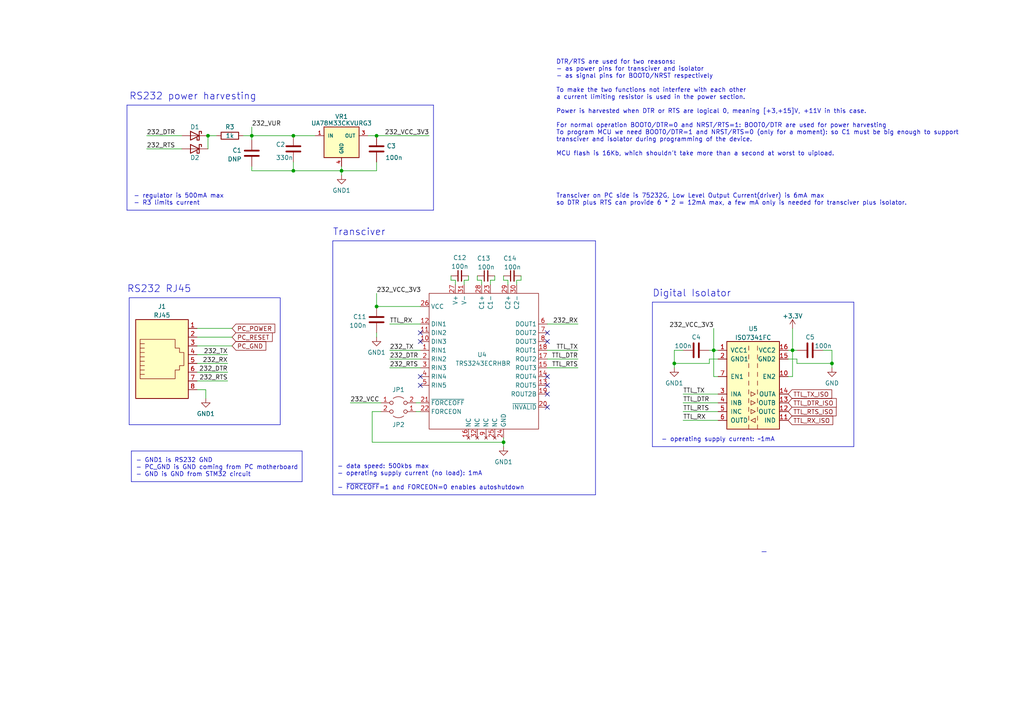
<source format=kicad_sch>
(kicad_sch (version 20230121) (generator eeschema)
  (paper "A4")
  (lib_symbols
    (symbol "Connector:RJ45" (pin_names (offset 1.016))
      (property "Reference" "J" (at -5.08 13.97 0))
      (property "Value" "RJ45" (at 2.54 13.97 0))
      (symbol "RJ45_0_1"
        (polyline (pts (xy -5.08 4.445) (xy -6.35 4.445)))
        (polyline (pts (xy -5.08 5.715) (xy -6.35 5.715)))
        (polyline (pts (xy -6.35 -3.175) (xy -5.08 -3.175) (xy -5.08 -3.175)))
        (polyline (pts (xy -6.35 -1.905) (xy -5.08 -1.905) (xy -5.08 -1.905)))
        (polyline (pts (xy -6.35 -0.635) (xy -5.08 -0.635) (xy -5.08 -0.635)))
        (polyline (pts (xy -6.35 0.635) (xy -5.08 0.635) (xy -5.08 0.635)))
        (polyline (pts (xy -6.35 1.905) (xy -5.08 1.905) (xy -5.08 1.905)))
        (polyline (pts (xy -5.08 3.175) (xy -6.35 3.175) (xy -6.35 3.175)))
        (polyline (pts (xy -6.35 -4.445) (xy -6.35 6.985) (xy 3.81 6.985) (xy 3.81 4.445) (xy 5.08 4.445) (xy 5.08 3.175) (xy 6.35 3.175) (xy 6.35 -0.635) (xy 5.08 -0.635) (xy 5.08 -1.905) (xy 3.81 -1.905) (xy 3.81 -4.445) (xy -6.35 -4.445) (xy -6.35 -4.445)))
        (rectangle (start 7.62 12.7) (end -7.62 -10.16) (stroke (width 0.254)) (fill (type background)))
      )
      (symbol "RJ45_1_1"
        (pin passive line (at 10.16 -7.62 180) (length 2.54) (name "~") (number "1"))
        (pin passive line (at 10.16 -5.08 180) (length 2.54) (name "~") (number "2"))
        (pin passive line (at 10.16 -2.54 180) (length 2.54) (name "~") (number "3"))
        (pin passive line (at 10.16 0 180) (length 2.54) (name "~") (number "4"))
        (pin passive line (at 10.16 2.54 180) (length 2.54) (name "~") (number "5"))
        (pin passive line (at 10.16 5.08 180) (length 2.54) (name "~") (number "6"))
        (pin passive line (at 10.16 7.62 180) (length 2.54) (name "~") (number "7"))
        (pin passive line (at 10.16 10.16 180) (length 2.54) (name "~") (number "8"))
      )
    )
    (symbol "Device:C" (pin_numbers hide) (pin_names (offset 0.254))
      (property "Reference" "C" (at 0.635 2.54 0))
      (property "Value" "C" (at 0.635 -2.54 0))
      (symbol "C_0_1"
        (polyline (pts (xy -2.032 -0.762) (xy 2.032 -0.762)) (stroke (width 0.508)))
        (polyline (pts (xy -2.032 0.762) (xy 2.032 0.762)) (stroke (width 0.508)))
      )
      (symbol "C_1_1"
        (pin passive line (at 0 3.81 270) (length 2.794) (name "~") (number "1"))
        (pin passive line (at 0 -3.81 90) (length 2.794) (name "~") (number "2"))
      )
    )
    (symbol "Device:C_Small" (pin_numbers hide) (pin_names (offset 0.254) hide)
      (property "Reference" "C" (at 0.254 1.778 0))
      (property "Value" "C_Small" (at 0.254 -2.032 0))
      (symbol "C_Small_0_1"
        (polyline (pts (xy -1.524 -0.508) (xy 1.524 -0.508)) (stroke (width 0.3302)))
        (polyline (pts (xy -1.524 0.508) (xy 1.524 0.508)) (stroke (width 0.3048)))
      )
      (symbol "C_Small_1_1"
        (pin passive line (at 0 2.54 270) (length 2.032) (name "~") (number "1"))
        (pin passive line (at 0 -2.54 90) (length 2.032) (name "~") (number "2"))
      )
    )
    (symbol "Device:D_Schottky" (pin_numbers hide) (pin_names (offset 1.016) hide)
      (property "Reference" "D" (at 0 2.54 0))
      (property "Value" "D_Schottky" (at 0 -2.54 0))
      (symbol "D_Schottky_0_1"
        (polyline (pts (xy 1.27 0) (xy -1.27 0)))
        (polyline (pts (xy 1.27 1.27) (xy 1.27 -1.27) (xy -1.27 0) (xy 1.27 1.27)) (stroke (width 0.254)))
        (polyline (pts (xy -1.905 0.635) (xy -1.905 1.27) (xy -1.27 1.27) (xy -1.27 -1.27) (xy -0.635 -1.27) (xy -0.635 -0.635)) (stroke (width 0.254)))
      )
      (symbol "D_Schottky_1_1"
        (pin passive line (at -3.81 0 0) (length 2.54) (name "K") (number "1"))
        (pin passive line (at 3.81 0 180) (length 2.54) (name "A") (number "2"))
      )
    )
    (symbol "Device:R" (pin_numbers hide) (pin_names (offset 0))
      (property "Reference" "R" (at 2.032 0 90))
      (property "Value" "R" (at 0 0 90))
      (symbol "R_0_1"
        (rectangle (start -1.016 -2.54) (end 1.016 2.54) (stroke (width 0.254)))
      )
      (symbol "R_1_1"
        (pin passive line (at 0 3.81 270) (length 1.27) (name "~") (number "1"))
        (pin passive line (at 0 -3.81 90) (length 1.27) (name "~") (number "2"))
      )
    )
    (symbol "Isolator:ISO7341FC" (pin_names (offset 1.016))
      (property "Reference" "U" (at 0 15.875 0))
      (property "Value" "ISO7341FC" (at 0 13.97 0))
      (symbol "ISO7341FC_0_1"
        (rectangle (start -7.62 12.7) (end 7.62 -12.7) (stroke (width 0.254)) (fill (type background)))
        (polyline (pts (xy -1.27 -11.43) (xy -1.27 -12.7)))
        (polyline (pts (xy -1.27 -8.89) (xy -1.27 -10.16)))
        (polyline (pts (xy -1.27 -6.35) (xy -1.27 -7.62)))
        (polyline (pts (xy -1.27 -3.81) (xy -1.27 -5.08)))
        (polyline (pts (xy -1.27 -1.27) (xy -1.27 -2.54)))
        (polyline (pts (xy -1.27 1.27) (xy -1.27 0)))
        (polyline (pts (xy -1.27 3.81) (xy -1.27 2.54)))
        (polyline (pts (xy -1.27 6.35) (xy -1.27 5.08)))
        (polyline (pts (xy -1.27 8.89) (xy -1.27 7.62)))
        (polyline (pts (xy -1.27 11.43) (xy -1.27 10.16)))
        (polyline (pts (xy 1.27 -11.43) (xy 1.27 -12.7)))
        (polyline (pts (xy 1.27 -8.89) (xy 1.27 -10.16)))
        (polyline (pts (xy 1.27 -6.35) (xy 1.27 -7.62)))
        (polyline (pts (xy 1.27 -3.81) (xy 1.27 -5.08)))
        (polyline (pts (xy 1.27 -1.27) (xy 1.27 -2.54)))
        (polyline (pts (xy 1.27 1.27) (xy 1.27 0)))
        (polyline (pts (xy 1.27 3.81) (xy 1.27 2.54)))
        (polyline (pts (xy 1.27 6.35) (xy 1.27 5.08)))
        (polyline (pts (xy 1.27 8.89) (xy 1.27 7.62)))
        (polyline (pts (xy 1.27 11.43) (xy 1.27 10.16)))
        (polyline (pts (xy -0.635 -10.16) (xy 0.635 -9.525) (xy 0.635 -10.795) (xy -0.635 -10.16)))
        (polyline (pts (xy -0.635 -6.985) (xy -0.635 -8.255) (xy 0.635 -7.62) (xy -0.635 -6.985)))
        (polyline (pts (xy -0.635 -4.445) (xy -0.635 -5.715) (xy 0.635 -5.08) (xy -0.635 -4.445)))
        (polyline (pts (xy -0.635 -1.905) (xy -0.635 -3.175) (xy 0.635 -2.54) (xy -0.635 -1.905)))
      )
      (symbol "ISO7341FC_1_1"
        (pin power_in line (at -10.16 10.16 0) (length 2.54) (name "VCC1") (number "1"))
        (pin input line (at 10.16 2.54 180) (length 2.54) (name "EN2") (number "10"))
        (pin input line (at 10.16 -10.16 180) (length 2.54) (name "IND") (number "11"))
        (pin output line (at 10.16 -7.62 180) (length 2.54) (name "OUTC") (number "12"))
        (pin output line (at 10.16 -5.08 180) (length 2.54) (name "OUTB") (number "13"))
        (pin output line (at 10.16 -2.54 180) (length 2.54) (name "OUTA") (number "14"))
        (pin power_in line (at 10.16 7.62 180) (length 2.54) (name "GND2") (number "15"))
        (pin power_in line (at 10.16 10.16 180) (length 2.54) (name "VCC2") (number "16"))
        (pin power_in line (at -10.16 7.62 0) (length 2.54) (name "GND1") (number "2"))
        (pin input line (at -10.16 -2.54 0) (length 2.54) (name "INA") (number "3"))
        (pin input line (at -10.16 -5.08 0) (length 2.54) (name "INB") (number "4"))
        (pin input line (at -10.16 -7.62 0) (length 2.54) (name "INC") (number "5"))
        (pin output line (at -10.16 -10.16 0) (length 2.54) (name "OUTD") (number "6"))
        (pin input line (at -10.16 2.54 0) (length 2.54) (name "EN1") (number "7"))
        (pin passive line (at -10.16 7.62 0) (length 2.54) hide (name "GND1") (number "8"))
        (pin passive line (at 10.16 7.62 180) (length 2.54) hide (name "GND2") (number "9"))
      )
    )
    (symbol "Jumper:Jumper_2_Open" (pin_names (offset 0) hide)
      (property "Reference" "JP" (at 0 2.794 0))
      (property "Value" "Jumper_2_Open" (at 0 -2.286 0))
      (symbol "Jumper_2_Open_0_0"
        (circle (center -2.032 0) (radius 0.508))
        (circle (center 2.032 0) (radius 0.508))
      )
      (symbol "Jumper_2_Open_0_1"
        (arc (start 1.524 1.27) (mid 0 1.778) (end -1.524 1.27))
      )
      (symbol "Jumper_2_Open_1_1"
        (pin passive line (at -5.08 0 0) (length 2.54) (name "A") (number "1"))
        (pin passive line (at 5.08 0 180) (length 2.54) (name "B") (number "2"))
      )
    )
    (symbol "TRS3243ECRHBR:TRS3243ECRHBR"
      (property "Reference" "U" (at -1.27 38.1 0))
      (property "Value" "TRS3243ECRHBR" (at -1.27 35.56 0))
      (symbol "TRS3243ECRHBR_0_1"
        (rectangle (start -16.51 20.32) (end 15.24 -19.05) (stroke (width 0.1524)))
      )
      (symbol "TRS3243ECRHBR_1_1"
        (pin input line (at -19.05 3.81 0) (length 2.54) (name "RIN1") (number "1"))
        (pin input line (at -19.05 6.35 0) (length 2.54) (name "DIN3") (number "10"))
        (pin input line (at -19.05 8.89 0) (length 2.54) (name "DIN2") (number "11"))
        (pin input line (at -19.05 11.43 0) (length 2.54) (name "DIN1") (number "12"))
        (pin output line (at 17.78 -6.35 180) (length 2.54) (name "ROUT5") (number "13"))
        (pin output line (at 17.78 -3.81 180) (length 2.54) (name "ROUT4") (number "14"))
        (pin output line (at 17.78 -1.27 180) (length 2.54) (name "ROUT3") (number "15"))
        (pin no_connect line (at -5.08 -21.59 90) (length 2.54) (name "NC") (number "16"))
        (pin output line (at 17.78 1.27 180) (length 2.54) (name "ROUT2") (number "17"))
        (pin output line (at 17.78 3.81 180) (length 2.54) (name "ROUT1") (number "18"))
        (pin output line (at 17.78 -8.89 180) (length 2.54) (name "ROUT2B") (number "19"))
        (pin input line (at -19.05 1.27 0) (length 2.54) (name "RIN2") (number "2"))
        (pin output line (at 17.78 -12.7 180) (length 2.54) (name "~{INVALID}") (number "20"))
        (pin input line (at -19.05 -11.43 0) (length 2.54) (name "~{FORCEOFF}") (number "21"))
        (pin input line (at -19.05 -13.97 0) (length 2.54) (name "FORCEON") (number "22"))
        (pin bidirectional line (at 1.27 22.86 270) (length 2.54) (name "C1-") (number "23"))
        (pin power_out line (at 5.08 -21.59 90) (length 2.54) (name "GND") (number "24"))
        (pin no_connect line (at 2.54 -21.59 90) (length 2.54) (name "NC") (number "25"))
        (pin power_in line (at -19.05 16.51 0) (length 2.54) (name "VCC") (number "26"))
        (pin bidirectional line (at -8.89 22.86 270) (length 2.54) (name "V+") (number "27"))
        (pin bidirectional line (at -1.27 22.86 270) (length 2.54) (name "C1+") (number "28"))
        (pin bidirectional line (at 6.35 22.86 270) (length 2.54) (name "C2+") (number "29"))
        (pin input line (at -19.05 -1.27 0) (length 2.54) (name "RIN3") (number "3"))
        (pin bidirectional line (at 8.89 22.86 270) (length 2.54) (name "C2-") (number "30"))
        (pin bidirectional line (at -6.35 22.86 270) (length 2.54) (name "V-") (number "31"))
        (pin no_connect line (at -2.54 -21.59 90) (length 2.54) (name "NC") (number "32"))
        (pin input line (at -19.05 -3.81 0) (length 2.54) (name "RIN4") (number "4"))
        (pin input line (at -19.05 -6.35 0) (length 2.54) (name "RIN5") (number "5"))
        (pin output line (at 17.78 11.43 180) (length 2.54) (name "DOUT1") (number "6"))
        (pin output line (at 17.78 8.89 180) (length 2.54) (name "DOUT2") (number "7"))
        (pin output line (at 17.78 6.35 180) (length 2.54) (name "DOUT3") (number "8"))
        (pin no_connect line (at 0 -21.59 90) (length 2.54) (name "NC") (number "9"))
      )
    )
    (symbol "UA78M33CKVURG3:UA78M33CKVURG3" (pin_names (offset 1.016))
      (property "Reference" "VR" (at -8.89 5.842 0))
      (property "Value" "UA78M33CKVURG3" (at 11.43 -7.62 0))
      (symbol "UA78M33CKVURG3_0_0"
        (rectangle (start -5.08 5.08) (end 5.08 -3.81) (stroke (width 0.254)) (fill (type background)))
        (pin input line (at -7.62 2.54 0) (length 2.54) (name "IN") (number "1"))
        (pin output line (at 7.62 2.54 180) (length 2.54) (name "OUT") (number "3"))
        (pin power_in line (at 0 -6.35 90) (length 2.54) (name "GND") (number "4"))
      )
    )
    (symbol "power:+3.3V" (power) (pin_names (offset 0))
      (property "Value" "+3.3V" (at 0 3.556 0))
      (symbol "+3.3V_0_1"
        (polyline (pts (xy -0.762 1.27) (xy 0 2.54)))
        (polyline (pts (xy 0 0) (xy 0 2.54)))
        (polyline (pts (xy 0 2.54) (xy 0.762 1.27)))
      )
      (symbol "+3.3V_1_1"
        (pin power_in line (at 0 0 90) (length 0) hide (name "+3.3V") (number "1"))
      )
    )
    (symbol "power:GND" (power) (pin_names (offset 0))
      (property "Value" "GND" (at 0 -3.81 0))
      (symbol "GND_0_1"
        (polyline (pts (xy 0 0) (xy 0 -1.27) (xy 1.27 -1.27) (xy 0 -2.54) (xy -1.27 -1.27) (xy 0 -1.27)))
      )
      (symbol "GND_1_1"
        (pin power_in line (at 0 0 270) (length 0) hide (name "GND") (number "1"))
      )
    )
    (symbol "power:GND1" (power) (pin_names (offset 0))
      (property "Value" "GND1" (at 0 -3.81 0))
      (symbol "GND1_0_1"
        (polyline (pts (xy 0 0) (xy 0 -1.27) (xy 1.27 -1.27) (xy 0 -2.54) (xy -1.27 -1.27) (xy 0 -1.27)))
      )
      (symbol "GND1_1_1"
        (pin power_in line (at 0 0 270) (length 0) hide (name "GND1") (number "1"))
      )
    )
  )
  (junction (at 60.325 39.37))
  (junction (at 109.22 88.9))
  (junction (at 241.3 105.41))
  (junction (at 146.05 128.27))
  (junction (at 85.09 39.37))
  (junction (at 229.87 101.6))
  (junction (at 207.01 101.6))
  (junction (at 195.58 105.41))
  (junction (at 85.09 49.53))
  (junction (at 99.06 49.53))
  (junction (at 109.22 39.37))
  (junction (at 73.025 39.37))
  (no_connect (at 158.75 109.22))
  (no_connect (at 158.75 99.06))
  (no_connect (at 121.92 99.06))
  (no_connect (at 158.75 111.76))
  (no_connect (at 121.92 96.52))
  (no_connect (at 158.75 118.11))
  (no_connect (at 121.92 111.76))
  (no_connect (at 158.75 96.52))
  (no_connect (at 158.75 114.3))
  (no_connect (at 121.92 109.22))
  (wire (pts (xy 62.865 39.37) (xy 60.325 39.37)))
  (wire (pts (xy 205.74 104.14) (xy 205.74 105.41)))
  (wire (pts (xy 146.05 81.28) (xy 147.32 81.28)))
  (wire (pts (xy 142.24 82.55) (xy 142.24 81.28)))
  (wire (pts (xy 66.04 105.41) (xy 57.15 105.41)))
  (wire (pts (xy 208.28 104.14) (xy 205.74 104.14)))
  (wire (pts (xy 229.87 95.25) (xy 229.87 101.6)))
  (wire (pts (xy 109.22 88.9) (xy 121.92 88.9)))
  (wire (pts (xy 52.705 39.37) (xy 42.545 39.37)))
  (wire (pts (xy 146.05 80.01) (xy 146.05 81.28)))
  (wire (pts (xy 143.51 80.01) (xy 143.51 81.28)))
  (wire (pts (xy 195.58 105.41) (xy 195.58 101.6)))
  (wire (pts (xy 57.15 110.49) (xy 66.04 110.49)))
  (polyline (pts (xy 172.72 143.51) (xy 96.52 143.51)))
  (polyline (pts (xy 125.73 60.96) (xy 125.73 30.48)))
  (wire (pts (xy 207.01 101.6) (xy 208.28 101.6)))
  (wire (pts (xy 195.58 101.6) (xy 198.12 101.6)))
  (wire (pts (xy 231.14 104.14) (xy 231.14 105.41)))
  (wire (pts (xy 207.01 109.22) (xy 208.28 109.22)))
  (wire (pts (xy 228.6 101.6) (xy 229.87 101.6)))
  (wire (pts (xy 195.58 105.41) (xy 205.74 105.41)))
  (wire (pts (xy 134.62 81.28) (xy 135.89 81.28)))
  (wire (pts (xy 146.05 128.27) (xy 146.05 129.54)))
  (wire (pts (xy 130.81 80.01) (xy 130.81 81.28)))
  (polyline (pts (xy 96.52 69.85) (xy 172.72 69.85)))
  (wire (pts (xy 109.22 85.09) (xy 109.22 88.9)))
  (wire (pts (xy 147.32 81.28) (xy 147.32 82.55)))
  (wire (pts (xy 151.13 80.01) (xy 151.13 81.28)))
  (wire (pts (xy 149.86 81.28) (xy 151.13 81.28)))
  (wire (pts (xy 208.28 114.3) (xy 198.12 114.3)))
  (wire (pts (xy 107.95 119.38) (xy 110.49 119.38)))
  (wire (pts (xy 130.81 81.28) (xy 132.08 81.28)))
  (wire (pts (xy 229.87 101.6) (xy 229.87 109.22)))
  (wire (pts (xy 85.09 49.53) (xy 99.06 49.53)))
  (wire (pts (xy 167.64 93.98) (xy 158.75 93.98)))
  (wire (pts (xy 134.62 82.55) (xy 134.62 81.28)))
  (wire (pts (xy 109.22 46.99) (xy 109.22 49.53)))
  (wire (pts (xy 167.64 106.68) (xy 158.75 106.68)))
  (polyline (pts (xy 36.83 30.48) (xy 125.73 30.48)))
  (wire (pts (xy 113.03 93.98) (xy 121.92 93.98)))
  (wire (pts (xy 109.22 39.37) (xy 124.46 39.37)))
  (polyline (pts (xy 189.23 87.63) (xy 247.65 87.63)))
  (wire (pts (xy 73.025 39.37) (xy 70.485 39.37)))
  (polyline (pts (xy 87.63 139.7) (xy 38.1 139.7)))
  (polyline (pts (xy 220.98 160.02) (xy 222.25 160.02)))
  (wire (pts (xy 207.01 95.25) (xy 207.01 101.6)))
  (wire (pts (xy 110.49 116.84) (xy 101.6 116.84)))
  (wire (pts (xy 113.03 104.14) (xy 121.92 104.14)))
  (wire (pts (xy 73.025 36.83) (xy 73.025 39.37)))
  (wire (pts (xy 113.03 101.6) (xy 121.92 101.6)))
  (wire (pts (xy 241.3 105.41) (xy 241.3 101.6)))
  (wire (pts (xy 99.06 48.26) (xy 99.06 49.53)))
  (wire (pts (xy 139.7 81.28) (xy 139.7 82.55)))
  (wire (pts (xy 109.22 96.52) (xy 109.22 97.79)))
  (polyline (pts (xy 37.465 123.19) (xy 81.28 123.19)))
  (polyline (pts (xy 189.23 87.63) (xy 189.23 129.54)))
  (wire (pts (xy 138.43 80.01) (xy 138.43 81.28)))
  (wire (pts (xy 66.04 102.87) (xy 57.15 102.87)))
  (wire (pts (xy 99.06 49.53) (xy 109.22 49.53)))
  (wire (pts (xy 52.705 43.18) (xy 42.545 43.18)))
  (wire (pts (xy 146.05 127) (xy 146.05 128.27)))
  (wire (pts (xy 59.69 113.03) (xy 59.69 115.57)))
  (wire (pts (xy 73.025 39.37) (xy 85.09 39.37)))
  (polyline (pts (xy 38.1 130.81) (xy 87.63 130.81)))
  (wire (pts (xy 73.025 39.37) (xy 73.025 40.64)))
  (wire (pts (xy 60.325 39.37) (xy 60.325 43.18)))
  (wire (pts (xy 207.01 101.6) (xy 207.01 109.22)))
  (wire (pts (xy 208.28 121.92) (xy 198.12 121.92)))
  (wire (pts (xy 132.08 81.28) (xy 132.08 82.55)))
  (wire (pts (xy 167.64 101.6) (xy 158.75 101.6)))
  (wire (pts (xy 205.74 101.6) (xy 207.01 101.6)))
  (wire (pts (xy 67.31 100.33) (xy 57.15 100.33)))
  (polyline (pts (xy 247.65 129.54) (xy 247.65 87.63)))
  (wire (pts (xy 229.87 109.22) (xy 228.6 109.22)))
  (wire (pts (xy 99.06 49.53) (xy 99.06 50.8)))
  (polyline (pts (xy 36.83 30.48) (xy 36.83 60.96)))
  (wire (pts (xy 241.3 106.68) (xy 241.3 105.41)))
  (wire (pts (xy 149.86 82.55) (xy 149.86 81.28)))
  (polyline (pts (xy 37.465 86.36) (xy 37.465 123.19)))
  (wire (pts (xy 85.09 46.99) (xy 85.09 49.53)))
  (wire (pts (xy 106.68 39.37) (xy 109.22 39.37)))
  (wire (pts (xy 138.43 81.28) (xy 139.7 81.28)))
  (wire (pts (xy 195.58 106.68) (xy 195.58 105.41)))
  (polyline (pts (xy 87.63 130.81) (xy 87.63 139.7)))
  (wire (pts (xy 57.15 107.95) (xy 66.04 107.95)))
  (polyline (pts (xy 38.1 130.81) (xy 38.1 139.7)))
  (polyline (pts (xy 189.23 129.54) (xy 247.65 129.54)))
  (wire (pts (xy 241.3 101.6) (xy 238.76 101.6)))
  (wire (pts (xy 198.12 119.38) (xy 208.28 119.38)))
  (wire (pts (xy 85.09 39.37) (xy 91.44 39.37)))
  (wire (pts (xy 120.65 116.84) (xy 121.92 116.84)))
  (wire (pts (xy 67.31 97.79) (xy 57.15 97.79)))
  (wire (pts (xy 107.95 128.27) (xy 146.05 128.27)))
  (wire (pts (xy 167.64 104.14) (xy 158.75 104.14)))
  (wire (pts (xy 135.89 80.01) (xy 135.89 81.28)))
  (wire (pts (xy 57.15 113.03) (xy 59.69 113.03)))
  (wire (pts (xy 198.12 116.84) (xy 208.28 116.84)))
  (polyline (pts (xy 37.465 86.36) (xy 81.28 86.36)))
  (polyline (pts (xy 96.52 69.85) (xy 96.52 143.51)))
  (wire (pts (xy 229.87 101.6) (xy 231.14 101.6)))
  (polyline (pts (xy 36.83 60.96) (xy 125.73 60.96)))
  (wire (pts (xy 73.025 49.53) (xy 85.09 49.53)))
  (wire (pts (xy 113.03 106.68) (xy 121.92 106.68)))
  (wire (pts (xy 121.92 119.38) (xy 120.65 119.38)))
  (polyline (pts (xy 172.72 69.85) (xy 172.72 143.51)))
  (polyline (pts (xy 81.28 123.19) (xy 81.28 86.36)))
  (wire (pts (xy 231.14 105.41) (xy 241.3 105.41)))
  (wire (pts (xy 67.31 95.25) (xy 57.15 95.25)))
  (wire (pts (xy 107.95 119.38) (xy 107.95 128.27)))
  (wire (pts (xy 142.24 81.28) (xy 143.51 81.28)))
  (wire (pts (xy 228.6 104.14) (xy 231.14 104.14)))
  (wire (pts (xy 73.025 48.26) (xy 73.025 49.53)))
  (text "- data speed: 500kbs max\n- operating supply current (no load): 1mA\n\n- ~{FORCEOFF}=1 and FORCEON=0 enables autoshutdown" (at 97.79 142.24 0) (effects (font (size 1.27 1.27)) (justify left bottom)))
  (text "Digital Isolator" (at 189.23 86.36 0) (effects (font (size 2 2)) (justify left bottom)))
  (text "- GND1 is RS232 GND\n- PC_GND is GND coming from PC motherboard\n- GND is GND from STM32 circuit" (at 39.37 138.43 0) (effects (font (size 1.27 1.27)) (justify left bottom)))
  (text "RS232 RJ45" (at 36.83 85.09 0) (effects (font (size 2 2)) (justify left bottom)))
  (text "RS232 power harvesting" (at 37.465 29.21 0) (effects (font (size 2 2)) (justify left bottom)))
  (text "- operating supply current: ~1mA" (at 191.77 128.27 0) (effects (font (size 1.27 1.27)) (justify left bottom)))
  (text "DTR/RTS are used for two reasons:\n- as power pins for transciver and isolator\n- as signal pins for BOOT0/NRST respectively\n\nTo make the two functions not interfere with each other\na current limiting resistor is used in the power section.\n\nPower is harvested when DTR or RTS are logical 0, meaning [+3,+15]V, +11V in this case.\n\nFor normal operation BOOT0/DTR=0 and NRST/RTS=1: BOOT0/DTR are used for power harvesting\nTo program MCU we need BOOT0/DTR=1 and NRST/RTS=0 (only for a moment): so C1 must be big enough to support\ntransciver and isolator during programming of the device.\n\nMCU flash is 16Kb, which shouldn't take more than a second at worst to uipload.\n\n\n\n\n\nTransciver on PC side is 75232G, Low Level Output Current(driver) is 6mA max\nso DTR plus RTS can provide 6 * 2 = 12mA max, a few mA only is needed for transciver plus isolator." (at 161.29 59.69 0) (effects (font (size 1.27 1.27)) (justify left bottom)))
  (text "Transciver" (at 96.52 68.58 0) (effects (font (size 2 2)) (justify left bottom)))
  (text "- regulator is 500mA max\n- R3 limits current" (at 38.735 59.69 0) (effects (font (size 1.27 1.27)) (justify left bottom)))
  (label "TTL_DTR" (at 198.12 116.84 0))
  (label "TTL_RTS" (at 198.12 119.38 0))
  (label "232_VCC_3V3" (at 207.01 95.25 180))
  (label "TTL_RX" (at 198.12 121.92 0))
  (label "TTL_RTS" (at 167.64 106.68 180))
  (label "232_RTS" (at 66.04 110.49 180))
  (label "232_VCC_3V3" (at 109.22 85.09 0))
  (label "232_VCC" (at 101.6 116.84 0))
  (label "232_DTR" (at 42.545 39.37 0))
  (label "TTL_TX" (at 167.64 101.6 180))
  (label "232_RX" (at 66.04 105.41 180))
  (label "TTL_RX" (at 113.03 93.98 0))
  (label "232_DTR" (at 113.03 104.14 0))
  (label "232_RTS" (at 113.03 106.68 0))
  (label "232_VCC_3V3" (at 124.46 39.37 180))
  (label "232_TX" (at 66.04 102.87 180))
  (label "232_DTR" (at 66.04 107.95 180))
  (label "232_RTS" (at 42.545 43.18 0))
  (label "232_VUR" (at 73.025 36.83 0))
  (label "TTL_DTR" (at 167.64 104.14 180))
  (label "TTL_TX" (at 198.12 114.3 0))
  (label "232_TX" (at 113.03 101.6 0))
  (label "232_RX" (at 167.64 93.98 180))
  (global_label "PC_POWER" (shape input) (at 67.31 95.25 0) (property "Intersheetrefs" "${INTERSHEET_REFS}" (effects hide)))
  (global_label "TTL_RX_ISO" (shape input) (at 228.6 121.92 0) (property "Intersheetrefs" "${INTERSHEET_REFS}" (effects hide)))
  (global_label "TTL_RTS_ISO" (shape input) (at 228.6 119.38 0) (property "Intersheetrefs" "${INTERSHEET_REFS}" (effects hide)))
  (global_label "TTL_DTR_ISO" (shape input) (at 228.6 116.84 0) (property "Intersheetrefs" "${INTERSHEET_REFS}" (effects hide)))
  (global_label "TTL_TX_ISO" (shape input) (at 228.6 114.3 0) (property "Intersheetrefs" "${INTERSHEET_REFS}" (effects hide)))
  (global_label "PC_GND" (shape input) (at 67.31 100.33 0) (property "Intersheetrefs" "${INTERSHEET_REFS}" (effects hide)))
  (global_label "PC_RESET" (shape input) (at 67.31 97.79 0) (property "Intersheetrefs" "${INTERSHEET_REFS}" (effects hide)))
  (symbol (lib_id "Device:R") (at 66.675 39.37 270) (mirror x) (unit 1)
    (property "Reference" "R3" (at 66.675 36.83 90))
    (property "Value" "1k" (at 66.675 39.37 90))
    (property "Footprint" "Resistor_SMD:R_0603_1608Metric" (effects hide))
  )
  (symbol (lib_id "Device:C") (at 109.22 43.18 0) (unit 1)
    (property "Reference" "C3" (at 112.141 42.3453 0) (effects (justify left)))
    (property "Value" "100n" (at 111.76 45.72 0) (effects (justify left)))
    (property "Footprint" "Capacitor_SMD:C_0603_1608Metric" (effects hide))
  )
  (symbol (lib_id "power:GND1") (at 195.58 106.68 0) (mirror y) (unit 1)
    (property "Reference" "#PWR0101" (effects hide))
    (property "Value" "GND1" (at 195.58 111.1234 0))
  )
  (symbol (lib_id "power:GND1") (at 99.06 50.8 0) (mirror y) (unit 1)
    (property "Reference" "#PWR0102" (effects hide))
    (property "Value" "GND1" (at 99.06 55.2434 0))
  )
  (symbol (lib_id "Jumper:Jumper_2_Open") (at 115.57 116.84 0) (unit 1)
    (property "Reference" "JP1" (at 115.57 113.03 0))
    (property "Value" "Jumper_2_Open" (effects hide))
  )
  (symbol (lib_id "Jumper:Jumper_2_Open") (at 115.57 119.38 180) (unit 1)
    (property "Reference" "JP2" (at 115.57 123.19 0))
    (property "Value" "Jumper_2_Open" (effects hide))
  )
  (symbol (lib_id "power:GND1") (at 146.05 129.54 0) (mirror y) (unit 1)
    (property "Reference" "#PWR0112" (effects hide))
    (property "Value" "GND1" (at 146.05 133.9834 0))
  )
  (symbol (lib_id "UA78M33CKVURG3:UA78M33CKVURG3") (at 99.06 41.91 0) (unit 1)
    (property "Reference" "VR1" (at 99.06 33.8201 0))
    (property "Value" "UA78M33CKVURG3" (at 99.06 35.7411 0))
    (property "Footprint" "TO229P990X252-3N" (effects hide))
    (property "MAXIMUM_PACKAGE_HEIGHT" "2.52mm" (effects hide))
    (property "MANUFACTURER" "Texas Instruments" (effects hide))
    (property "SNAPEDA_PACKAGE_ID" "102718" (effects hide))
    (property "PARTREV" "T" (effects hide))
    (property "STANDARD" "IPC-7351B" (effects hide))
    (instances (project "desk_controller" (path "" (reference "VR1") (unit 1)) (path "" (reference "VR2") (unit 1))))
  )
  (symbol (lib_id "power:GND1") (at 59.69 115.57 0) (mirror y) (unit 1)
    (property "Reference" "#PWR0103" (effects hide))
    (property "Value" "GND1" (at 59.69 120.0134 0))
  )
  (symbol (lib_id "power:GND1") (at 109.22 97.79 0) (mirror y) (unit 1)
    (property "Reference" "#PWR0106" (effects hide))
    (property "Value" "GND1" (at 109.22 102.2334 0))
  )
  (symbol (lib_id "Device:C") (at 85.09 43.18 0) (unit 1)
    (property "Reference" "C2" (at 80.01 41.91 0) (effects (justify left)))
    (property "Value" "330n" (at 80.01 45.72 0) (effects (justify left)))
    (property "Footprint" "Capacitor_SMD:C_0603_1608Metric" (effects hide))
  )
  (symbol (lib_id "Device:C") (at 73.025 44.45 0) (mirror y) (unit 1)
    (property "Reference" "C1" (at 70.104 43.6153 0) (effects (justify left)))
    (property "Value" "DNP" (at 70.104 46.1522 0) (effects (justify left)))
    (property "Footprint" "Capacitor_SMD:C_0603_1608Metric" (effects hide))
  )
  (symbol (lib_id "Device:C") (at 234.95 101.6 270) (unit 1)
    (property "Reference" "C5" (at 234.95 97.79 90))
    (property "Value" "100n" (at 238.76 100.33 90))
    (property "Footprint" "Capacitor_SMD:C_0603_1608Metric" (effects hide))
  )
  (symbol (lib_id "Device:D_Schottky") (at 56.515 43.18 0) (mirror y) (unit 1)
    (property "Reference" "D2" (at 56.515 45.72 0))
    (property "Value" "D_Schottky" (effects hide))
    (property "Footprint" "Diode_SMD:D_0805_2012Metric" (effects hide))
  )
  (symbol (lib_id "Device:C_Small") (at 148.59 80.01 90) (unit 1)
    (property "Reference" "C14" (at 149.86 74.93 90) (effects (justify left)))
    (property "Value" "100n" (at 151.13 77.47 90) (effects (justify left)))
    (property "Footprint" "Capacitor_SMD:C_0603_1608Metric" (effects hide))
  )
  (symbol (lib_id "Device:D_Schottky") (at 56.515 39.37 0) (mirror y) (unit 1)
    (property "Reference" "D1" (at 56.515 36.83 0))
    (property "Value" "D_Schottky" (effects hide))
    (property "Footprint" "Diode_SMD:D_0805_2012Metric" (effects hide))
  )
  (symbol (lib_id "Connector:RJ45") (at 46.99 102.87 0) (mirror x) (unit 1)
    (property "Reference" "J1" (at 46.99 88.9 0))
    (property "Value" "RJ45" (at 46.99 91.44 0))
    (property "Footprint" "RJ45_midplane:RJ45_midplane" (effects hide))
  )
  (symbol (lib_id "Device:C_Small") (at 133.35 80.01 90) (unit 1)
    (property "Reference" "C12" (at 133.3563 74.7481 90))
    (property "Value" "100n" (at 133.3563 77.285 90))
    (property "Footprint" "Capacitor_SMD:C_0603_1608Metric" (effects hide))
  )
  (symbol (lib_id "power:+3.3V") (at 229.87 95.25 0) (unit 1)
    (property "Reference" "#PWR0104" (effects hide))
    (property "Value" "+3.3V" (at 229.87 91.6742 0))
  )
  (symbol (lib_id "Device:C") (at 201.93 101.6 270) (unit 1)
    (property "Reference" "C4" (at 201.93 97.79 90))
    (property "Value" "100n" (at 198.12 100.33 90))
    (property "Footprint" "Capacitor_SMD:C_0603_1608Metric" (effects hide))
  )
  (symbol (lib_id "Isolator:ISO7341FC") (at 218.44 111.76 0) (unit 1)
    (property "Reference" "U5" (at 218.44 95.3602 0))
    (property "Value" "ISO7341FC" (at 218.44 97.8971 0))
    (property "Footprint" "Package_SO:SOIC-16W_7.5x10.3mm_P1.27mm" (effects hide))
    (property "Datasheet" "http://www.ti.com/general/docs/lit/getliterature.tsp?genericPartNumber=iso7341fc&fileType=pdf" (effects hide))
  )
  (symbol (lib_id "Device:C") (at 109.22 92.71 0) (mirror y) (unit 1)
    (property "Reference" "C11" (at 106.299 91.8753 0) (effects (justify left)))
    (property "Value" "100n" (at 106.299 94.4122 0) (effects (justify left)))
    (property "Footprint" "Capacitor_SMD:C_0603_1608Metric" (effects hide))
  )
  (symbol (lib_id "TRS3243ECRHBR:TRS3243ECRHBR") (at 140.97 105.41 0) (unit 1)
    (property "Reference" "U4" (at 138.43 102.87 0) (effects (justify left)))
    (property "Value" "TRS3243ECRHBR" (at 132.08 105.41 0) (effects (justify left)))
    (property "Footprint" "Package_DFN_QFN:VQFN-32-1EP_5x5mm_P0.5mm_EP3.5x3.5mm" (effects hide))
  )
  (symbol (lib_id "power:GND") (at 241.3 106.68 0) (unit 1)
    (property "Reference" "#PWR0105" (effects hide))
    (property "Value" "GND" (at 241.3 111.1234 0))
  )
  (symbol (lib_id "Device:C_Small") (at 140.97 80.01 90) (unit 1)
    (property "Reference" "C13" (at 142.24 74.93 90) (effects (justify left)))
    (property "Value" "100n" (at 143.51 77.47 90) (effects (justify left)))
    (property "Footprint" "Capacitor_SMD:C_0603_1608Metric" (effects hide))
  )
)
</source>
